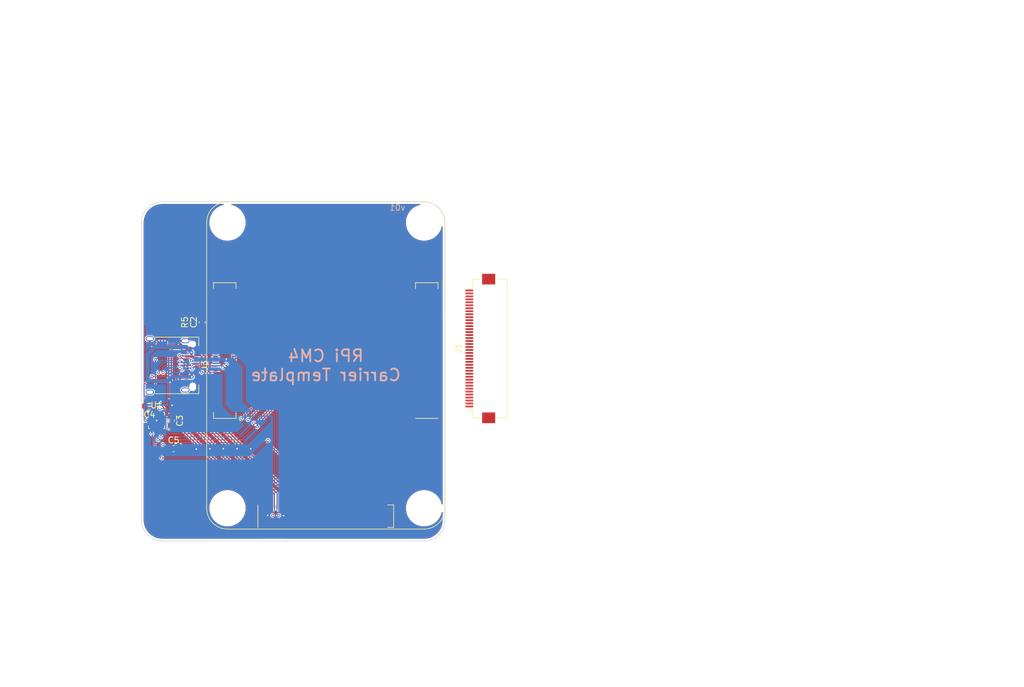
<source format=kicad_pcb>
(kicad_pcb (version 20240108) (generator "pcbnew") (generator_version "8.0")
  (title_block (title "Raspberry Pi Compute Module 4 Carrier Template") (date "2020-10-31") (rev "v01") (comment 2 "creativecommons.org/licenses/by/4.0/") (comment 3 "License: CC BY 4.0") (comment 4 "Author: Shawn Hymel"))
  (layers (0 "F.Cu" signal) (31 "B.Cu" signal) (34 "B.Paste" user) (35 "F.Paste" user) (36 "B.SilkS" user "B.Silkscreen") (37 "F.SilkS" user "F.Silkscreen") (38 "B.Mask" user) (39 "F.Mask" user) (44 "Edge.Cuts" user))
  (net 0 "")
  (net 1 "GND")
  (net 11 "+1.8V")
  (net 27 "+3.3V")
  (net 30 "+5V")
  (net 75 "USB2_N")
  (net 128 "Net-(J1-D1N)")
  (net 129 "Net-(J1-D3N)")
  (net 130 "Net-(J1-D2N)")
  (net 131 "Net-(J1-D2P)")
  (net 133 "Net-(J1-CLKP)")
  (net 134 "Net-(J1-D1P)")
  (net 135 "Net-(J1-D0N)")
  (net 136 "Net-(J1-D3P)")
  (net 137 "Net-(J1-D0P)")
  (net 138 "Net-(J1-CLKN)")
  (net 139 "Net-(J1-LEDA-Pad35)")
  (net 140 "USB2_P")
  (net 141 "Net-(J3-SBU2)")
  (net 142 "Net-(J3-SBU1)")
  (net 207 "/Untitled Sheet/CC2")
  (net 208 "/Untitled Sheet/CC1")
  (net 209 "/Untitled Sheet/Net-(J3-TX2-")
  (net 210 "/Untitled Sheet/Net-(J3-RX2+")
  (net 211 "SCL")
  (net 212 "SDA")
  (net 213 "/Untitled Sheet/Net-(J3-RX1-")
  (net 214 "/Untitled Sheet/Net-(J3-RX1+")
  (net 215 "/Untitled Sheet/Net-(J3-TX1-")
  (net 216 "/Untitled Sheet/Net-(J3-RX2-")
  (net 217 "/Untitled Sheet/Net-(J3-TX2+")
  (net 218 "/Untitled Sheet/Net-(J3-TX1+")
  (net 231 "Net-(J3-SHIELD)")
  (net 232 "Net-(U1-VBUS)")
  (net 233 "GPIO4_A3")
  (footprint "Capacitor_SMD:C_0603_1608Metric" (layer "F.Cu") (at 120.55 115.3 -90)
    (property "Reference" "C3")
    (property "Value" "220p")
  )
  (footprint "Capacitor_SMD:C_0603_1608Metric" (layer "F.Cu") (at 116.9 112.85 180)
    (property "Reference" "C4")
    (property "Value" "220p")
  )
  (footprint "Package_DFN_QFN:WQFN-14-1EP_2.5x2.5mm_P0.5mm_EP1.45x1.45mm" (layer "F.Cu") (at 118.0875 115.25)
    (property "Reference" "U1")
    (property "Value" "FUSB302BMPX")
  )
  (footprint "CM4IO:Hirose_FH12-40S-0.5SH_1x40-1MP_P0.50mm_Horizontal" (layer "F.Cu") (at 172.45 103.15 90)
    (property "Reference" "J1")
    (property "Value" "Conn_01x40_Socket")
  )
  (footprint "Capacitor_SMD:C_0603_1608Metric" (layer "F.Cu") (at 120.95 120)
    (property "Reference" "C5")
    (property "Value" "1u")
  )
  (footprint "Resistor_SMD:R_0603_1608Metric" (layer "F.Cu") (at 124.25 98.75 90)
    (property "Reference" "R5")
    (property "Value" "100k")
  )
  (footprint "Capacitor_SMD:C_0603_1608Metric" (layer "F.Cu") (at 125.75 98.75 90)
    (property "Reference" "C2")
    (property "Value" "100n")
  )
  (footprint "Connector_USB:USB_C_Receptacle_Amphenol_12401610E4-2A" (layer "F.Cu") (at 119.8 106 -90)
    (property "Reference" "J3")
    (property "Value" "USB_C_Receptacle")
  )
  (footprint "CM4IO:Raspberry-Pi-4-Compute-Module" (layer "F.Cu") (at 163 82 180)
    (property "Reference" "Module1" (hide yes))
    (property "Value" "ComputeModule4-CM4")
  )
  (gr_line (start 166.5 132) (end 166.5 82) (stroke (width 0.1)) (layer "Edge.Cuts"))
  (gr_arc (start 115.55 82) (mid 116.575126 79.525126) (end 119.05 78.5) (stroke (width 0.1)) (layer "Edge.Cuts"))
  (gr_line (start 115.55 82) (end 115.55 132) (stroke (width 0.1)) (layer "Edge.Cuts"))
  (gr_line (start 119.05 135.5) (end 163 135.5) (stroke (width 0.1)) (layer "Edge.Cuts"))
  (gr_arc (start 119.05 135.5) (mid 116.575126 134.474874) (end 115.55 132) (stroke (width 0.1)) (layer "Edge.Cuts"))
  (gr_line (start 163 78.5) (end 119.05 78.5) (stroke (width 0.1)) (layer "Edge.Cuts"))
  (gr_arc (start 166.5 132) (mid 165.474874 134.474874) (end 163 135.5) (stroke (width 0.1)) (layer "Edge.Cuts"))
  (gr_arc (start 163 78.5) (mid 165.474874 79.525126) (end 166.5 82) (stroke (width 0.1)) (layer "Edge.Cuts"))
  (gr_text "RPi CM4\nCarrier Template" (at 146.5 106 0) (layer "B.SilkS") (effects (font (size 2 2) (thickness 0.3)) (justify mirror)))
  (gr_text "v01" (at 158.5 79.5 0) (layer "B.SilkS") (effects (font (size 1 1)) (justify mirror)))
  (segment (start 116.0072 99.45) (end 116.0072 111.4) (width 0.1524) (layer "B.Cu") (net 0))
  (segment (start 124.82 108.75) (end 124.55 108.75) (width 0.1524) (layer "F.Cu") (net 1))
  (segment (start 120.7 112.7) (end 119.45 112.7) (width 0.3) (layer "F.Cu") (net 1))
  (segment (start 119.35 115.25) (end 118.0875 115.25) (width 0.1524) (layer "F.Cu") (net 1))
  (segment (start 123.75 103) (end 123.9 103.15) (width 0.3) (layer "F.Cu") (net 1))
  (segment (start 124.45 108.65) (end 123.27 108.65) (width 0.3) (layer "F.Cu") (net 1))
  (segment (start 119.35 115.75) (end 118.5875 115.75) (width 0.1524) (layer "F.Cu") (net 1))
  (segment (start 124.72 103.15) (end 124.82 103.25) (width 0.3) (layer "F.Cu") (net 1))
  (segment (start 119.35 115.75) (end 119.35 115.25) (width 0.25) (layer "F.Cu") (net 1))
  (segment (start 123.9 103.15) (end 124.72 103.15) (width 0.3) (layer "F.Cu") (net 1))
  (segment (start 119.45 112.7) (end 118.8 112.05) (width 0.3) (layer "F.Cu") (net 1))
  (segment (start 123.75 103) (end 123.12 103) (width 0.3) (layer "F.Cu") (net 1))
  (segment (start 118.5875 115.75) (end 118.0875 115.25) (width 0.1524) (layer "F.Cu") (net 1))
  (segment (start 124.55 108.75) (end 124.45 108.65) (width 0.3) (layer "F.Cu") (net 1))
  (segment (start 123.27 108.65) (end 123.12 108.5) (width 0.3) (layer "F.Cu") (net 1))
  (via (at 133.9 120) (size 0.508) (drill 0.254) (layers "F.Cu" "B.Cu") (net 1))
  (via (at 118.0875 115.25) (size 0.508) (drill 0.254) (layers "F.Cu" "B.Cu") (net 1))
  (via (at 118.8 112.05) (size 0.508) (drill 0.254) (layers "F.Cu" "B.Cu") (net 1))
  (via (at 129.3 120) (size 0.508) (drill 0.254) (layers "F.Cu" "B.Cu") (net 1))
  (via (at 139.4 131.25) (size 0.508) (drill 0.254) (layers "F.Cu" "B.Cu") (net 1))
  (via (at 116.65 113.95) (size 0.508) (drill 0.254) (layers "F.Cu" "B.Cu") (net 1))
  (via (at 131.6 120) (size 0.508) (drill 0.254) (layers "F.Cu" "B.Cu") (net 1))
  (via (at 120.7 112.7) (size 0.508) (drill 0.254) (layers "F.Cu" "B.Cu") (net 1))
  (via (at 127.05 120) (size 0.508) (drill 0.254) (layers "F.Cu" "B.Cu") (net 1))
  (via (at 129.8 104.95) (size 0.508) (drill 0.254) (layers "F.Cu" "B.Cu") (net 1))
  (via (at 136.75 131.2) (size 0.508) (drill 0.254) (layers "F.Cu" "B.Cu") (net 1))
  (via (at 124.75 120.05) (size 0.508) (drill 0.254) (layers "F.Cu" "B.Cu") (net 1))
  (segment (start 161.92 96.9) (end 161.92 96.5) (width 0.1524) (layer "F.Cu") (net 27))
  (segment (start 117.3 116.55) (end 117.3375 116.5125) (width 0.1524) (layer "F.Cu") (net 27))
  (segment (start 116.825 116) (end 117.3375 116.5125) (width 0.35) (layer "F.Cu") (net 27))
  (segment (start 119.85 120) (end 119.15 119.3) (width 0.1524) (layer "F.Cu") (net 27))
  (segment (start 120.175 120) (end 119.85 120) (width 0.1524) (layer "F.Cu") (net 27))
  (segment (start 161.92 96.5) (end 152.05 96.5) (width 0.1524) (layer "F.Cu") (net 27))
  (segment (start 152.05 96.5) (end 133.45 115.1) (width 0.1524) (layer "F.Cu") (net 27))
  (segment (start 116.825 115.75) (end 116.825 116) (width 0.35) (layer "F.Cu") (net 27))
  (segment (start 117.3 117.5) (end 117.3 116.55) (width 0.25) (layer "F.Cu") (net 27))
  (segment (start 117.4 116.575) (end 117.3375 116.5125) (width 0.1524) (layer "F.Cu") (net 27))
  (via (at 119.15 119.3) (size 0.508) (drill 0.254) (layers "F.Cu" "B.Cu") (net 27))
  (via (at 117.3 117.5) (size 0.508) (drill 0.254) (layers "F.Cu" "B.Cu") (net 27))
  (via (at 133.45 115.1) (size 0.508) (drill 0.254) (layers "F.Cu" "B.Cu") (net 27))
  (segment (start 117.4 117.6) (end 117.3 117.5) (width 0.1524) (layer "B.Cu") (net 27))
  (segment (start 133.65 114.9) (end 137 114.9) (width 0.1524) (layer "B.Cu") (net 27))
  (segment (start 119.15 119.3) (end 117.4 119.3) (width 0.1524) (layer "B.Cu") (net 27))
  (segment (start 133.3 119) (end 119.45 119) (width 0.1524) (layer "B.Cu") (net 27))
  (segment (start 117.4 119.3) (end 117.4 117.6) (width 0.1524) (layer "B.Cu") (net 27))
  (segment (start 119.45 119) (end 119.15 119.3) (width 0.1524) (layer "B.Cu") (net 27))
  (segment (start 137 114.9) (end 137 115.3) (width 0.1524) (layer "B.Cu") (net 27))
  (segment (start 137 115.3) (end 133.3 119) (width 0.1524) (layer "B.Cu") (net 27))
  (segment (start 133.45 115.1) (end 133.65 114.9) (width 0.1524) (layer "B.Cu") (net 27))
  (segment (start 161.6 91.8) (end 157.3 96.1) (width 0.1524) (layer "F.Cu") (net 30))
  (segment (start 165.75 91.8) (end 161.6 91.8) (width 0.1524) (layer "F.Cu") (net 30))
  (segment (start 117.8375 113.9875) (end 118.3375 113.9875) (width 0.25) (layer "F.Cu") (net 30))
  (segment (start 165.75 98.1) (end 165.75 91.8) (width 0.1524) (layer "F.Cu") (net 30))
  (segment (start 151.9 96.1) (end 135.05 112.95) (width 0.1524) (layer "F.Cu") (net 30))
  (segment (start 118.3375 113.9875) (end 118.3375 113.5125) (width 0.1524) (layer "F.Cu") (net 30))
  (segment (start 165 98.1) (end 165.75 98.1) (width 0.1524) (layer "F.Cu") (net 30))
  (segment (start 135.05 112.95) (end 134.3 112.95) (width 0.1524) (layer "F.Cu") (net 30))
  (segment (start 157.3 96.1) (end 151.9 96.1) (width 0.1524) (layer "F.Cu") (net 30))
  (segment (start 118.3375 113.5125) (end 118.6 113.25) (width 0.1524) (layer "F.Cu") (net 30))
  (segment (start 165 96.1) (end 165 98.1) (width 0.1524) (layer "F.Cu") (net 30))
  (segment (start 134.3 112.95) (end 132.3 114.95) (width 0.1524) (layer "F.Cu") (net 30))
  (via (at 132.3 114.95) (size 0.508) (drill 0.254) (layers "F.Cu" "B.Cu") (net 30))
  (via (at 118.6 113.25) (size 0.508) (drill 0.254) (layers "F.Cu" "B.Cu") (net 30))
  (segment (start 132.3 115.15) (end 132.3 114.95) (width 0.1524) (layer "B.Cu") (net 30))
  (segment (start 118.6 113.25) (end 120 113.25) (width 0.1524) (layer "B.Cu") (net 30))
  (segment (start 120 113.25) (end 120 117.45) (width 0.1524) (layer "B.Cu") (net 30))
  (segment (start 131.8 117.45) (end 133.2 116.05) (width 0.1524) (layer "B.Cu") (net 30))
  (segment (start 133.2 116.05) (end 132.3 115.15) (width 0.1524) (layer "B.Cu") (net 30))
  (segment (start 120 117.45) (end 131.8 117.45) (width 0.1524) (layer "B.Cu") (net 30))
  (segment (start 122.153999 105.524999) (end 122 105.371) (width 0.2) (layer "F.Cu") (net 75))
  (segment (start 124.795001 106.225001) (end 124.82 106.25) (width 0.2) (layer "F.Cu") (net 75))
  (segment (start 124.424999 106.225001) (end 124.795001 106.225001) (width 0.2) (layer "F.Cu") (net 75))
  (segment (start 129.975 112.4432) (end 129.975 106.843199) (width 0.2) (layer "F.Cu") (net 75))
  (segment (start 123.095001 105.524999) (end 122.153999 105.524999) (width 0.2) (layer "F.Cu") (net 75))
  (segment (start 123.12 105.5) (end 123.095001 105.524999) (width 0.2) (layer "F.Cu") (net 75))
  (segment (start 130.456801 112.925001) (end 129.975 112.4432) (width 0.2) (layer "F.Cu") (net 75))
  (segment (start 131.054999 112.925001) (end 130.456801 112.925001) (width 0.2) (layer "F.Cu") (net 75))
  (segment (start 129.449795 106.317994) (end 129.232006 106.317994) (width 0.2) (layer "F.Cu") (net 75))
  (segment (start 129.975 106.843199) (end 129.449795 106.317994) (width 0.2) (layer "F.Cu") (net 75))
  (segment (start 131.08 112.9) (end 131.054999 112.925001) (width 0.2) (layer "F.Cu") (net 75))
  (segment (start 124.05 106.6) (end 124.424999 106.225001) (width 0.2) (layer "F.Cu") (net 75))
  (via (at 129.232006 106.317994) (size 0.508) (drill 0.254) (layers "F.Cu" "B.Cu") (net 75))
  (via (at 118.421 107.2) (size 0.508) (drill 0.254) (layers "F.Cu" "B.Cu") (net 75))
  (via (at 122 105.371) (size 0.508) (drill 0.254) (layers "F.Cu" "B.Cu") (net 75))
  (via (at 124.05 106.6) (size 0.508) (drill 0.254) (layers "F.Cu" "B.Cu") (net 75))
  (segment (start 124.578999 106.071001) (end 129.202802 106.071001) (width 0.2) (layer "B.Cu") (net 75))
  (segment (start 123.45 106.45) (end 122.371 105.371) (width 0.2) (layer "B.Cu") (net 75))
  (segment (start 122.371 105.371) (end 122 105.371) (width 0.2) (layer "B.Cu") (net 75))
  (segment (start 124.05 106.6) (end 124.578999 106.071001) (width 0.2) (layer "B.Cu") (net 75))
  (segment (start 129.202802 106.071001) (end 129.232006 106.100205) (width 0.2) (layer "B.Cu") (net 75))
  (segment (start 129.232006 106.100205) (end 129.232006 106.317994) (width 0.2) (layer "B.Cu") (net 75))
  (segment (start 118.574999 107.046001) (end 118.421 107.2) (width 0.2) (layer "B.Cu") (net 75))
  (segment (start 123.9 106.45) (end 123.45 106.45) (width 0.2) (layer "B.Cu") (net 75))
  (segment (start 122 105.371) (end 121.846 105.525) (width 0.2) (layer "B.Cu") (net 75))
  (segment (start 119.3068 105.525) (end 118.574999 106.256801) (width 0.2) (layer "B.Cu") (net 75))
  (segment (start 124.05 106.6) (end 123.9 106.45) (width 0.2) (layer "B.Cu") (net 75))
  (segment (start 118.574999 106.256801) (end 118.574999 107.046001) (width 0.2) (layer "B.Cu") (net 75))
  (segment (start 121.846 105.525) (end 119.3068 105.525) (width 0.2) (layer "B.Cu") (net 75))
  (segment (start 123.12 106) (end 123.095001 105.975001) (width 0.2) (layer "F.Cu") (net 140))
  (segment (start 123.8 105.9) (end 123.7 106) (width 0.2) (layer "F.Cu") (net 140))
  (segment (start 123.7 106) (end 123.12 106) (width 0.2) (layer "F.Cu") (net 140))
  (segment (start 131.08 112.5) (end 131.054999 112.474999) (width 0.2) (layer "F.Cu") (net 140))
  (segment (start 131.054999 112.474999) (end 130.643199 112.474999) (width 0.2) (layer "F.Cu") (net 140))
  (segment (start 124 105.9) (end 124.125001 105.774999) (width 0.2) (layer "F.Cu") (net 140))
  (segment (start 130.425 106.656801) (end 129.767994 105.999795) (width 0.2) (layer "F.Cu") (net 140))
  (segment (start 129.767994 105.999795) (end 129.767994 105.782006) (width 0.2) (layer "F.Cu") (net 140))
  (segment (start 124.125001 105.774999) (end 124.795001 105.774999) (width 0.2) (layer "F.Cu") (net 140))
  (segment (start 124 105.9) (end 123.8 105.9) (width 0.2) (layer "F.Cu") (net 140))
  (segment (start 130.425 112.2568) (end 130.425 106.656801) (width 0.2) (layer "F.Cu") (net 140))
  (segment (start 123.095001 105.975001) (end 122.153999 105.975001) (width 0.2) (layer "F.Cu") (net 140))
  (segment (start 122.153999 105.975001) (end 122 106.129) (width 0.2) (layer "F.Cu") (net 140))
  (segment (start 124.795001 105.774999) (end 124.82 105.75) (width 0.2) (layer "F.Cu") (net 140))
  (segment (start 130.643199 112.474999) (end 130.425 112.2568) (width 0.2) (layer "F.Cu") (net 140))
  (via (at 119.179 107.2) (size 0.508) (drill 0.254) (layers "F.Cu" "B.Cu") (net 140))
  (via (at 124 105.9) (size 0.508) (drill 0.254) (layers "F.Cu" "B.Cu") (net 140))
  (via (at 129.767994 105.782006) (size 0.508) (drill 0.254) (layers "F.Cu" "B.Cu") (net 140))
  (via (at 122 106.129) (size 0.508) (drill 0.254) (layers "F.Cu" "B.Cu") (net 140))
  (segment (start 119.4932 105.975) (end 119.025001 106.443199) (width 0.2) (layer "B.Cu") (net 140))
  (segment (start 129.389199 105.621) (end 129.550205 105.782006) (width 0.2) (layer "B.Cu") (net 140))
  (segment (start 129.550205 105.782006) (end 129.767994 105.782006) (width 0.2) (layer "B.Cu") (net 140))
  (segment (start 122 106.129) (end 121.846 105.975) (width 0.2) (layer "B.Cu") (net 140))
  (segment (start 124 105.9) (end 124.279 105.621) (width 0.2) (layer "B.Cu") (net 140))
  (segment (start 119.025001 107.046001) (end 119.179 107.2) (width 0.2) (layer "B.Cu") (net 140))
  (segment (start 119.025001 106.443199) (end 119.025001 107.046001) (width 0.2) (layer "B.Cu") (net 140))
  (segment (start 124.279 105.621) (end 129.389199 105.621) (width 0.2) (layer "B.Cu") (net 140))
  (segment (start 121.846 105.975) (end 119.4932 105.975) (width 0.2) (layer "B.Cu") (net 140))
  (segment (start 138.3 131.5) (end 138.3 132.87) (width 0.1524) (layer "F.Cu") (net 141))
  (segment (start 138.6 131.2) (end 138.3 131.5) (width 0.1524) (layer "F.Cu") (net 141))
  (segment (start 122.6 105) (end 121.95 104.35) (width 0.1524) (layer "F.Cu") (net 141))
  (segment (start 123.12 105) (end 122.6 105) (width 0.1524) (layer "F.Cu") (net 141))
  (via (at 138.6 131.2) (size 0.508) (drill 0.254) (layers "F.Cu" "B.Cu") (net 141))
  (via (at 121.95 104.35) (size 0.508) (drill 0.254) (layers "F.Cu" "B.Cu") (net 141))
  (segment (start 121.95 104.35) (end 123.55 104.35) (width 0.1524) (layer "B.Cu") (net 141))
  (segment (start 132.8 106.15) (end 132.8 112.1) (width 0.1524) (layer "B.Cu") (net 141))
  (segment (start 131.05 104.4) (end 132.8 106.15) (width 0.1524) (layer "B.Cu") (net 141))
  (segment (start 138.3 113.75) (end 138.3 130.9) (width 0.1524) (layer "B.Cu") (net 141))
  (segment (start 138.3 130.9) (end 138.6 131.2) (width 0.1524) (layer "B.Cu") (net 141))
  (segment (start 123.6 104.4) (end 131.05 104.4) (width 0.1524) (layer "B.Cu") (net 141))
  (segment (start 134.45 113.75) (end 138.3 113.75) (width 0.1524) (layer "B.Cu") (net 141))
  (segment (start 132.8 112.1) (end 134.45 113.75) (width 0.1524) (layer "B.Cu") (net 141))
  (segment (start 123.55 104.35) (end 123.6 104.4) (width 0.1524) (layer "B.Cu") (net 141))
  (segment (start 124.82 106.75) (end 125.25 106.75) (width 0.1524) (layer "F.Cu") (net 142))
  (segment (start 137.6 131.2) (end 137.9 131.5) (width 0.1524) (layer "F.Cu") (net 142))
  (segment (start 137.9 131.5) (end 137.9 132.87) (width 0.1524) (layer "F.Cu") (net 142))
  (segment (start 125.25 106.75) (end 125.65 107.15) (width 0.1524) (layer "F.Cu") (net 142))
  (via (at 137.6 131.2) (size 0.508) (drill 0.254) (layers "F.Cu" "B.Cu") (net 142))
  (via (at 125.65 107.15) (size 0.508) (drill 0.254) (layers "F.Cu" "B.Cu") (net 142))
  (segment (start 137.9 130.9) (end 137.6 131.2) (width 0.1524) (layer "B.Cu") (net 142))
  (segment (start 137.9 114.15) (end 137.9 130.9) (width 0.1524) (layer "B.Cu") (net 142))
  (segment (start 129.45 107.45) (end 129.45 112.8) (width 0.1524) (layer "B.Cu") (net 142))
  (segment (start 132.5 114.15) (end 137.9 114.15) (width 0.1524) (layer "B.Cu") (net 142))
  (segment (start 125.65 107.15) (end 129.15 107.15) (width 0.1524) (layer "B.Cu") (net 142))
  (segment (start 129.45 112.8) (end 130.75 114.1) (width 0.1524) (layer "B.Cu") (net 142))
  (segment (start 130.75 114.1) (end 132.45 114.1) (width 0.1524) (layer "B.Cu") (net 142))
  (segment (start 129.15 107.15) (end 129.45 107.45) (width 0.1524) (layer "B.Cu") (net 142))
  (segment (start 132.45 114.1) (end 132.5 114.15) (width 0.1524) (layer "B.Cu") (net 142))
  (segment (start 122.35 106.75) (end 122.4 106.75) (width 0.1524) (layer "F.Cu") (net 207))
  (segment (start 116.825 114.75) (end 116.825 114.5) (width 0.1524) (layer "F.Cu") (net 207))
  (segment (start 122.4 106.75) (end 122.65 106.5) (width 0.1524) (layer "F.Cu") (net 207))
  (segment (start 116.0072 109.1928) (end 116.0072 111.15) (width 0.1524) (layer "F.Cu") (net 207))
  (segment (start 122.65 106.5) (end 123.12 106.5) (width 0.1524) (layer "F.Cu") (net 207))
  (segment (start 117.35 107.85) (end 116.0072 109.1928) (width 0.1524) (layer "F.Cu") (net 207))
  (segment (start 116.825 114.5) (end 117.3375 113.9875) (width 0.1524) (layer "F.Cu") (net 207))
  (segment (start 116.0072 111.15) (end 117.3375 112.4803) (width 0.1524) (layer "F.Cu") (net 207))
  (segment (start 117.3375 112.4803) (end 117.3375 113.9875) (width 0.1524) (layer "F.Cu") (net 207))
  (via (at 117.35 107.85) (size 0.508) (drill 0.254) (layers "F.Cu" "B.Cu") (net 207))
  (via (at 122.35 106.75) (size 0.508) (drill 0.254) (layers "F.Cu" "B.Cu") (net 207))
  (segment (start 120.5 106.75) (end 122.35 106.75) (width 0.1524) (layer "B.Cu") (net 207))
  (segment (start 117.35 107.85) (end 119.4 107.85) (width 0.1524) (layer "B.Cu") (net 207))
  (segment (start 119.4 107.85) (end 120.5 106.75) (width 0.1524) (layer "B.Cu") (net 207))
  (segment (start 118 112) (end 118.567711 112.567711) (width 0.1524) (layer "F.Cu") (net 208))
  (segment (start 117.9 110.8) (end 117.3 111.4) (width 0.1524) (layer "F.Cu") (net 208))
  (segment (start 117.9 112) (end 118 112) (width 0.1524) (layer "F.Cu") (net 208))
  (segment (start 119.35 113.135422) (end 119.35 114.75) (width 0.1524) (layer "F.Cu") (net 208))
  (segment (start 124.82 105.25) (end 124 105.25) (width 0.1524) (layer "F.Cu") (net 208))
  (segment (start 124 105.25) (end 123.95 105.2) (width 0.1524) (layer "F.Cu") (net 208))
  (segment (start 118.8375 113.9875) (end 119.35 114.5) (width 0.1524) (layer "F.Cu") (net 208))
  (segment (start 119.35 114.75) (end 120.325 114.75) (width 0.1524) (layer "F.Cu") (net 208))
  (segment (start 117.3 111.4) (end 117.9 112) (width 0.1524) (layer "F.Cu") (net 208))
  (segment (start 120.325 114.75) (end 120.55 114.525) (width 0.1524) (layer "F.Cu") (net 208))
  (segment (start 118.567711 112.567711) (end 118.782289 112.567711) (width 0.1524) (layer "F.Cu") (net 208))
  (segment (start 117.9 105) (end 117.9 110.8) (width 0.1524) (layer "F.Cu") (net 208))
  (segment (start 118.782289 112.567711) (end 119.35 113.135422) (width 0.1524) (layer "F.Cu") (net 208))
  (via (at 123.95 105.2) (size 0.508) (drill 0.254) (layers "F.Cu" "B.Cu") (net 208))
  (via (at 117.9 105) (size 0.508) (drill 0.254) (layers "F.Cu" "B.Cu") (net 208))
  (segment (start 118.05 104.85) (end 117.9 105) (width 0.1524) (layer "B.Cu") (net 208))
  (segment (start 123.95 105.2) (end 123.6 104.85) (width 0.1524) (layer "B.Cu") (net 208))
  (segment (start 123.6 104.85) (end 118.05 104.85) (width 0.1524) (layer "B.Cu") (net 208))
  (segment (start 123.12 108) (end 122.594999 108) (width 0.2) (layer "F.Cu") (net 209))
  (segment (start 137.125 128.6068) (end 137.125 129.75) (width 0.2) (layer "F.Cu") (net 209))
  (segment (start 137.1 129.79) (end 137.125001 129.764999) (width 0.2) (layer "F.Cu") (net 209))
  (segment (start 121.925 110.4068) (end 123.925 112.4068) (width 0.2) (layer "F.Cu") (net 209))
  (segment (start 123.925 112.4068) (end 123.925 115.4068) (width 0.2) (layer "F.Cu") (net 209))
  (segment (start 122.3432 107.975) (end 121.925 108.3932) (width 0.2) (layer "F.Cu") (net 209))
  (segment (start 122.569999 107.975) (end 122.3432 107.975) (width 0.2) (layer "F.Cu") (net 209))
  (segment (start 123.925 115.4068) (end 137.125 128.6068) (width 0.2) (layer "F.Cu") (net 209))
  (segment (start 121.925 108.3932) (end 121.925 110.4068) (width 0.2) (layer "F.Cu") (net 209))
  (segment (start 122.594999 108) (end 122.569999 107.975) (width 0.2) (layer "F.Cu") (net 209))
  (segment (start 125.2568 108.225) (end 125.575 108.5432) (width 0.2) (layer "F.Cu") (net 210))
  (segment (start 137.874999 127.693199) (end 137.874999 129.764999) (width 0.2) (layer "F.Cu") (net 210))
  (segment (start 125.575 108.5432) (end 125.575 109.4568) (width 0.2) (layer "F.Cu") (net 210))
  (segment (start 124.925 114.7432) (end 137.874999 127.693199) (width 0.2) (layer "F.Cu") (net 210))
  (segment (start 125.575 109.4568) (end 124.925 110.1068) (width 0.2) (layer "F.Cu") (net 210))
  (segment (start 124.82 108.25) (end 125.02 108.25) (width 0.2) (layer "F.Cu") (net 210))
  (segment (start 124.925 110.1068) (end 124.925 114.7432) (width 0.2) (layer "F.Cu") (net 210))
  (segment (start 137.874999 129.764999) (end 137.9 129.79) (width 0.2) (layer "F.Cu") (net 210))
  (segment (start 125.045 108.225) (end 125.2568 108.225) (width 0.2) (layer "F.Cu") (net 210))
  (segment (start 125.02 108.25) (end 125.045 108.225) (width 0.2) (layer "F.Cu") (net 210))
  (segment (start 118.35 116.525) (end 118.3375 116.5125) (width 0.1524) (layer "F.Cu") (net 211))
  (segment (start 135 116) (end 153.3 97.7) (width 0.1524) (layer "F.Cu") (net 211))
  (segment (start 153.3 97.7) (end 161.92 97.7) (width 0.1524) (layer "F.Cu") (net 211))
  (segment (start 118.35 118.5) (end 118.35 116.525) (width 0.1524) (layer "F.Cu") (net 211))
  (segment (start 135 116.3) (end 135 116) (width 0.1524) (layer "F.Cu") (net 211))
  (via (at 118.35 118.5) (size 0.508) (drill 0.254) (layers "F.Cu" "B.Cu") (net 211))
  (via (at 135 116.3) (size 0.508) (drill 0.254) (layers "F.Cu" "B.Cu") (net 211))
  (segment (start 132.5 118.5) (end 118.35 118.5) (width 0.1524) (layer "B.Cu") (net 211))
  (segment (start 135 116.3) (end 134.7 116.3) (width 0.1524) (layer "B.Cu") (net 211))
  (segment (start 134.7 116.3) (end 132.5 118.5) (width 0.1524) (layer "B.Cu") (net 211))
  (segment (start 134.75 115.7) (end 153.15 97.3) (width 0.1524) (layer "F.Cu") (net 212))
  (segment (start 153.15 97.3) (end 161.92 97.3) (width 0.1524) (layer "F.Cu") (net 212))
  (segment (start 134.4 115.7) (end 134.75 115.7) (width 0.1524) (layer "F.Cu") (net 212))
  (segment (start 118.85 118) (end 118.85 116.525) (width 0.1524) (layer "F.Cu") (net 212))
  (segment (start 118.85 116.525) (end 118.8375 116.5125) (width 0.1524) (layer "F.Cu") (net 212))
  (via (at 118.85 118) (size 0.508) (drill 0.254) (layers "F.Cu" "B.Cu") (net 212))
  (via (at 134.4 115.7) (size 0.508) (drill 0.254) (layers "F.Cu" "B.Cu") (net 212))
  (segment (start 134.4 115.95) (end 132.35 118) (width 0.1524) (layer "B.Cu") (net 212))
  (segment (start 134.4 115.7) (end 134.4 115.95) (width 0.1524) (layer "B.Cu") (net 212))
  (segment (start 132.35 118) (end 118.85 118) (width 0.1524) (layer "B.Cu") (net 212))
  (segment (start 140.3 132.87) (end 140.274999 132.895001) (width 0.2) (layer "F.Cu") (net 213))
  (segment (start 120.575 111.1068) (end 120.575 104.0432) (width 0.2) (layer "F.Cu") (net 213))
  (segment (start 120.575 104.0432) (end 120.9932 103.625) (width 0.2) (layer "F.Cu") (net 213))
  (segment (start 120.9932 103.625) (end 121.9568 103.625) (width 0.2) (layer "F.Cu") (net 213))
  (segment (start 139.3568 134.475) (end 136.2432 134.475) (width 0.2) (layer "F.Cu") (net 213))
  (segment (start 121.9568 103.625) (end 122.3068 103.975) (width 0.2) (layer "F.Cu") (net 213))
  (segment (start 122.569999 103.975) (end 122.594999 104) (width 0.2) (layer "F.Cu") (net 213))
  (segment (start 136.2432 134.475) (end 135.075 133.3068) (width 0.2) (layer "F.Cu") (net 213))
  (segment (start 122.475 113.0068) (end 120.575 111.1068) (width 0.2) (layer "F.Cu") (net 213))
  (segment (start 122.475 116.3068) (end 122.475 113.0068) (width 0.2) (layer "F.Cu") (net 213))
  (segment (start 140.274999 133.556801) (end 139.3568 134.475) (width 0.2) (layer "F.Cu") (net 213))
  (segment (start 122.594999 104) (end 123.12 104) (width 0.2) (layer "F.Cu") (net 213))
  (segment (start 140.274999 132.895001) (end 140.274999 133.556801) (width 0.2) (layer "F.Cu") (net 213))
  (segment (start 135.075 133.3068) (end 135.075 128.9068) (width 0.2) (layer "F.Cu") (net 213))
  (segment (start 135.075 128.9068) (end 122.475 116.3068) (width 0.2) (layer "F.Cu") (net 213))
  (segment (start 122.3068 103.975) (end 122.569999 103.975) (width 0.2) (layer "F.Cu") (net 213))
  (segment (start 122.569999 103.525) (end 122.594999 103.5) (width 0.2) (layer "F.Cu") (net 214))
  (segment (start 139.5432 134.925) (end 136.0568 134.925) (width 0.2) (layer "F.Cu") (net 214))
  (segment (start 136.0568 134.925) (end 134.625 133.4932) (width 0.2) (layer "F.Cu") (net 214))
  (segment (start 122.4932 103.525) (end 122.569999 103.525) (width 0.2) (layer "F.Cu") (net 214))
  (segment (start 120.125 111.2932) (end 120.125 103.8568) (width 0.2) (layer "F.Cu") (net 214))
  (segment (start 120.8068 103.175) (end 122.1432 103.175) (width 0.2) (layer "F.Cu") (net 214))
  (segment (start 120.125 103.8568) (end 120.8068 103.175) (width 0.2) (layer "F.Cu") (net 214))
  (segment (start 140.725001 132.895001) (end 140.725001 133.743199) (width 0.2) (layer "F.Cu") (net 214))
  (segment (start 122.025 116.4932) (end 122.025 113.1932) (width 0.2) (layer "F.Cu") (net 214))
  (segment (start 134.625 133.4932) (end 134.625 129.0932) (width 0.2) (layer "F.Cu") (net 214))
  (segment (start 140.725001 133.743199) (end 139.5432 134.925) (width 0.2) (layer "F.Cu") (net 214))
  (segment (start 140.7 132.87) (end 140.725001 132.895001) (width 0.2) (layer "F.Cu") (net 214))
  (segment (start 122.594999 103.5) (end 123.12 103.5) (width 0.2) (layer "F.Cu") (net 214))
  (segment (start 134.625 129.0932) (end 122.025 116.4932) (width 0.2) (layer "F.Cu") (net 214))
  (segment (start 122.025 113.1932) (end 120.125 111.2932) (width 0.2) (layer "F.Cu") (net 214))
  (segment (start 122.1432 103.175) (end 122.4932 103.525) (width 0.2) (layer "F.Cu") (net 214))
  (segment (start 126.625 114.2432) (end 139.074999 126.693199) (width 0.2) (layer "F.Cu") (net 215))
  (segment (start 125.3568 104.225) (end 126.225 105.0932) (width 0.2) (layer "F.Cu") (net 215))
  (segment (start 125.02 104.25) (end 125.045 104.225) (width 0.2) (layer "F.Cu") (net 215))
  (segment (start 126.225 105.0932) (end 126.225 106.9932) (width 0.2) (layer "F.Cu") (net 215))
  (segment (start 126.625 107.3932) (end 126.625 114.2432) (width 0.2) (layer "F.Cu") (net 215))
  (segment (start 139.074999 129.764999) (end 139.1 129.79) (width 0.2) (layer "F.Cu") (net 215))
  (segment (start 139.074999 126.693199) (end 139.074999 129.764999) (width 0.2) (layer "F.Cu") (net 215))
  (segment (start 124.82 104.25) (end 125.02 104.25) (width 0.2) (layer "F.Cu") (net 215))
  (segment (start 126.225 106.9932) (end 126.625 107.3932) (width 0.2) (layer "F.Cu") (net 215))
  (segment (start 125.045 104.225) (end 125.3568 104.225) (width 0.2) (layer "F.Cu") (net 215))
  (segment (start 125.045 107.775) (end 125.4432 107.775) (width 0.2) (layer "F.Cu") (net 216))
  (segment (start 126.025 109.6432) (end 125.375 110.2932) (width 0.2) (layer "F.Cu") (net 216))
  (segment (start 126.025 108.3568) (end 126.025 109.6432) (width 0.2) (layer "F.Cu") (net 216))
  (segment (start 138.325001 127.506801) (end 138.325001 129.764999) (width 0.2) (layer "F.Cu") (net 216))
  (segment (start 125.4432 107.775) (end 126.025 108.3568) (width 0.2) (layer "F.Cu") (net 216))
  (segment (start 125.375 114.5568) (end 138.325001 127.506801) (width 0.2) (layer "F.Cu") (net 216))
  (segment (start 138.325001 129.764999) (end 138.3 129.79) (width 0.2) (layer "F.Cu") (net 216))
  (segment (start 125.02 107.75) (end 125.045 107.775) (width 0.2) (layer "F.Cu") (net 216))
  (segment (start 125.375 110.2932) (end 125.375 114.5568) (width 0.2) (layer "F.Cu") (net 216))
  (segment (start 124.82 107.75) (end 125.02 107.75) (width 0.2) (layer "F.Cu") (net 216))
  (segment (start 123.12 107.5) (end 122.594999 107.5) (width 0.2) (layer "F.Cu") (net 217))
  (segment (start 121.475 110.5932) (end 123.475 112.5932) (width 0.2) (layer "F.Cu") (net 217))
  (segment (start 123.475 112.5932) (end 123.475 115.5932) (width 0.2) (layer "F.Cu") (net 217))
  (segment (start 136.7 129.79) (end 136.674999 129.764999) (width 0.2) (layer "F.Cu") (net 217))
  (segment (start 136.675 128.7932) (end 136.675 129.75) (width 0.2) (layer "F.Cu") (net 217))
  (segment (start 123.475 115.5932) (end 136.675 128.7932) (width 0.2) (layer "F.Cu") (net 217))
  (segment (start 122.569999 107.525) (end 122.1568 107.525) (width 0.2) (layer "F.Cu") (net 217))
  (segment (start 121.475 108.2068) (end 121.475 110.5932) (width 0.2) (layer "F.Cu") (net 217))
  (segment (start 122.594999 107.5) (end 122.569999 107.525) (width 0.2) (layer "F.Cu") (net 217))
  (segment (start 122.1568 107.525) (end 121.475 108.2068) (width 0.2) (layer "F.Cu") (net 217))
  (segment (start 125.02 103.75) (end 125.045 103.775) (width 0.2) (layer "F.Cu") (net 218))
  (segment (start 126.675 104.9068) (end 126.675 106.8068) (width 0.2) (layer "F.Cu") (net 218))
  (segment (start 125.5432 103.775) (end 126.675 104.9068) (width 0.2) (layer "F.Cu") (net 218))
  (segment (start 126.675 106.8068) (end 127.075 107.2068) (width 0.2) (layer "F.Cu") (net 218))
  (segment (start 127.075 107.2068) (end 127.075 114.0568) (width 0.2) (layer "F.Cu") (net 218))
  (segment (start 139.525001 126.506801) (end 139.525001 129.764999) (width 0.2) (layer "F.Cu") (net 218))
  (segment (start 125.045 103.775) (end 125.5432 103.775) (width 0.2) (layer "F.Cu") (net 218))
  (segment (start 124.82 103.75) (end 125.02 103.75) (width 0.2) (layer "F.Cu") (net 218))
  (segment (start 127.075 114.0568) (end 139.525001 126.506801) (width 0.2) (layer "F.Cu") (net 218))
  (segment (start 139.525001 129.764999) (end 139.5 129.79) (width 0.2) (layer "F.Cu") (net 218))
  (segment (start 116.95 101.52) (end 116.96 101.51) (width 0.3) (layer "F.Cu") (net 231))
  (segment (start 116.95 102.6) (end 116.95 101.52) (width 0.3) (layer "F.Cu") (net 231))
  (segment (start 123.2324 101.87) (end 123.75 101.3524) (width 0.3) (layer "F.Cu") (net 231))
  (segment (start 125.75 101.1) (end 125.75 99.525) (width 0.3) (layer "F.Cu") (net 231))
  (segment (start 125.85 99.625) (end 125.75 99.525) (width 0.3) (layer "F.Cu") (net 231))
  (segment (start 125.4976 101.3524) (end 125.75 101.1) (width 0.3) (layer "F.Cu") (net 231))
  (segment (start 122.03 101.87) (end 121.3 102.6) (width 0.3) (layer "F.Cu") (net 231))
  (segment (start 122.91 101.87) (end 123.2324 101.87) (width 0.3) (layer "F.Cu") (net 231))
  (segment (start 121.3 102.6) (end 116.95 102.6) (width 0.3) (layer "F.Cu") (net 231))
  (segment (start 125.7 99.575) (end 125.75 99.525) (width 0.1524) (layer "F.Cu") (net 231))
  (segment (start 124.25 99.575) (end 125.7 99.575) (width 0.1524) (layer "F.Cu") (net 231))
  (segment (start 123.75 101.3524) (end 125.4976 101.3524) (width 0.3) (layer "F.Cu") (net 231))
  (segment (start 122.91 101.87) (end 122.03 101.87) (width 0.3) (layer "F.Cu") (net 231))
  (segment (start 116.2 115.25) (end 116.825 115.25) (width 0.3) (layer "F.Cu") (net 232))
  (segment (start 123.95 103.8) (end 123.95 104.5) (width 0.35) (layer "F.Cu") (net 232))
  (segment (start 124 107.4) (end 123.6 107) (width 0.35) (layer "F.Cu") (net 232))
  (segment (start 119.6376 101.7124) (end 119.6376 100.3) (width 0.7) (layer "F.Cu") (net 232))
  (segment (start 118.4 100.3) (end 119.05 100.3) (width 0.7) (layer "F.Cu") (net 232))
  (segment (start 124.05 104.6) (end 124.2 104.6) (width 0.35) (layer "F.Cu") (net 232))
  (segment (start 119 101.85) (end 119 100.35) (width 0.7) (layer "F.Cu") (net 232))
  (segment (start 118.5 101.85) (end 119.5 101.85) (width 0.7) (layer "F.Cu") (net 232))
  (segment (start 123.95 104.5) (end 123.12 104.5) (width 0.35) (layer "F.Cu") (net 232))
  (segment (start 124.15 107.25) (end 124.82 107.25) (width 0.35) (layer "F.Cu") (net 232))
  (segment (start 123.6 107) (end 123.12 107) (width 0.35) (layer "F.Cu") (net 232))
  (segment (start 124 107.4) (end 124.15 107.25) (width 0.35) (layer "F.Cu") (net 232))
  (segment (start 123.95 104.5) (end 124.05 104.6) (width 0.35) (layer "F.Cu") (net 232))
  (segment (start 124 107.9) (end 124 107.4) (width 0.35) (layer "F.Cu") (net 232))
  (segment (start 119 100.35) (end 119.05 100.3) (width 0.7) (layer "F.Cu") (net 232))
  (segment (start 124.35 104.75) (end 124.82 104.75) (width 0.35) (layer "F.Cu") (net 232))
  (segment (start 119.05 100.3) (end 119.6376 100.3) (width 0.7) (layer "F.Cu") (net 232))
  (segment (start 119.5 101.85) (end 119.6376 101.7124) (width 0.7) (layer "F.Cu") (net 232))
  (segment (start 118.5 101.85) (end 118.4 101.75) (width 0.7) (layer "F.Cu") (net 232))
  (segment (start 118.4 101.75) (end 118.4 100.3) (width 0.7) (layer "F.Cu") (net 232))
  (segment (start 124.2 104.6) (end 124.35 104.75) (width 0.35) (layer "F.Cu") (net 232))
  (via (at 124 107.9) (size 0.508) (drill 0.254) (layers "F.Cu" "B.Cu") (net 232))
  (via (at 118.5 101.85) (size 0.508) (drill 0.254) (layers "F.Cu" "B.Cu") (net 232))
  (via (at 116.2 115.25) (size 0.508) (drill 0.254) (layers "F.Cu" "B.Cu") (net 232))
  (via (at 123.95 103.8) (size 0.508) (drill 0.254) (layers "F.Cu" "B.Cu") (net 232))
  (via (at 119.5 101.85) (size 0.508) (drill 0.254) (layers "F.Cu" "B.Cu") (net 232))
  (via (at 119 101.85) (size 0.508) (drill 0.254) (layers "F.Cu" "B.Cu") (net 232))
  (segment (start 119.5 102.9) (end 119.5 101.85) (width 0.7) (layer "B.Cu") (net 232))
  (segment (start 118.5 101.85) (end 118.5 102.9) (width 0.7) (layer "B.Cu") (net 232))
  (segment (start 119.95 108.65) (end 116.5858 108.65) (width 0.7) (layer "B.Cu") (net 232))
  (segment (start 116.9 103.8) (end 116.85 103.85) (width 0.1524) (layer "B.Cu") (net 232))
  (segment (start 116.5858 104.1142) (end 116.85 103.85) (width 0.7) (layer "B.Cu") (net 232))
  (segment (start 120.7 107.9) (end 119.95 108.65) (width 0.7) (layer "B.Cu") (net 232))
  (segment (start 116.85 103.85) (end 117.8 102.9) (width 0.7) (layer "B.Cu") (net 232))
  (segment (start 116.5858 108.65) (end 116.5858 104.1142) (width 0.7) (layer "B.Cu") (net 232))
  (segment (start 123.05 102.9) (end 119.5 102.9) (width 0.7) (layer "B.Cu") (net 232))
  (segment (start 119.95 112.65) (end 116.081 112.65) (width 0.3) (layer "B.Cu") (net 232))
  (segment (start 116.081 112.65) (end 116.081 115.131) (width 0.3) (layer "B.Cu") (net 232))
  (segment (start 117.8 102.9) (end 118.5 102.9) (width 0.7) (layer "B.Cu") (net 232))
  (segment (start 119.95 108.65) (end 119.95 112.65) (width 0.3) (layer "B.Cu") (net 232))
  (segment (start 123.95 103.8) (end 123.05 102.9) (width 0.7) (layer "B.Cu") (net 232))
  (segment (start 119 101.85) (end 119 102.9) (width 0.7) (layer "B.Cu") (net 232))
  (segment (start 119.5 102.9) (end 119 102.9) (width 0.7) (layer "B.Cu") (net 232))
  (segment (start 124 107.9) (end 120.7 107.9) (width 0.7) (layer "B.Cu") (net 232))
  (segment (start 116.081 115.131) (end 116.2 115.25) (width 0.3) (layer "B.Cu") (net 232))
  (segment (start 118.5 101.85) (end 119 101.85) (width 0.7) (layer "B.Cu") (net 232))
  (segment (start 118.5 102.9) (end 119 102.9) (width 0.7) (layer "B.Cu") (net 232))
  (segment (start 119 101.85) (end 119.5 101.85) (width 0.7) (layer "B.Cu") (net 232))
  (segment (start 136.8 119) (end 142.8 125) (width 0.1524) (layer "F.Cu") (net 233))
  (segment (start 155.1 133.8) (end 155.1 132.87) (width 0.1524) (layer "F.Cu") (net 233))
  (segment (start 154.85 125) (end 159.15 129.3) (width 0.1524) (layer "F.Cu") (net 233))
  (segment (start 159.15 129.3) (end 159.15 133.8) (width 0.1524) (layer "F.Cu") (net 233))
  (segment (start 158.45 134.5) (end 155.8 134.5) (width 0.1524) (layer "F.Cu") (net 233))
  (segment (start 136.8 118.6) (end 136.8 119) (width 0.1524) (layer "F.Cu") (net 233))
  (segment (start 159.15 133.8) (end 158.45 134.5) (width 0.1524) (layer "F.Cu") (net 233))
  (segment (start 142.8 125) (end 154.85 125) (width 0.1524) (layer "F.Cu") (net 233))
  (segment (start 117.8375 116.5125) (end 117.8375 120.4375) (width 0.1524) (layer "F.Cu") (net 233))
  (segment (start 155.8 134.5) (end 155.1 133.8) (width 0.1524) (layer "F.Cu") (net 233))
  (segment (start 117.8375 120.4375) (end 118.95 121.55) (width 0.1524) (layer "F.Cu") (net 233))
  (via (at 118.95 121.55) (size 0.508) (drill 0.254) (layers "F.Cu" "B.Cu") (net 233))
  (via (at 136.8 118.6) (size 0.508) (drill 0.254) (layers "F.Cu" "B.Cu") (net 233))
  (segment (start 136.8 118.6) (end 133.85 121.55) (width 0.1524) (layer "B.Cu") (net 233))
  (segment (start 133.85 121.55) (end 118.95 121.55) (width 0.1524) (layer "B.Cu") (net 233))
  (zone (net 1) (net_name "GND") (layers "F&B.Cu") (connect_pads (clearance 0.025)) (min_thickness 0.15) (fill yes (thermal_gap 0.5) (thermal_bridge_width 0.5) (island_removal_mode 1) (island_area_min 10))
    (polygon (pts (xy 91.8 44.6) (xy 92.75 158.8) (xy 207.75 160.05) (xy 206.3 46.2)))
  )
)
</source>
